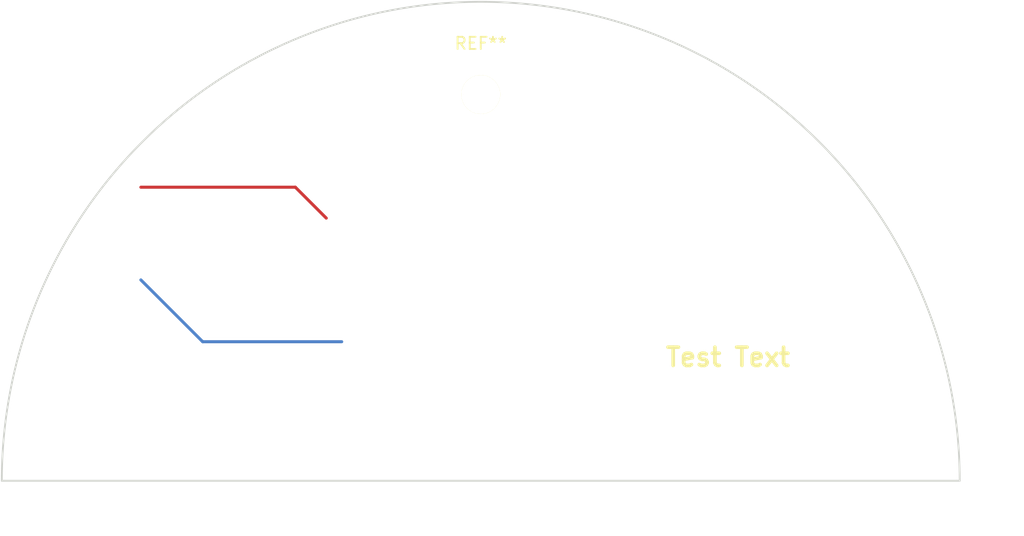
<source format=kicad_pcb>
(kicad_pcb (version 4) (host pcbnew 4.0.4+e1-6308~48~ubuntu16.04.1-stable)

  (general
    (links 0)
    (no_connects 0)
    (area 13.894999 12.624999 101.83 58.580001)
    (thickness 1.6)
    (drawings 5)
    (tracks 4)
    (zones 0)
    (modules 1)
    (nets 1)
  )

  (page A4)
  (layers
    (0 F.Cu signal)
    (31 B.Cu signal)
    (32 B.Adhes user)
    (33 F.Adhes user)
    (34 B.Paste user)
    (35 F.Paste user)
    (36 B.SilkS user)
    (37 F.SilkS user)
    (38 B.Mask user)
    (39 F.Mask user)
    (40 Dwgs.User user)
    (41 Cmts.User user)
    (42 Eco1.User user)
    (43 Eco2.User user)
    (44 Edge.Cuts user)
    (45 Margin user)
    (46 B.CrtYd user)
    (47 F.CrtYd user)
    (48 B.Fab user)
    (49 F.Fab user)
  )

  (setup
    (last_trace_width 0.25)
    (trace_clearance 0.2)
    (zone_clearance 0.508)
    (zone_45_only no)
    (trace_min 0.2)
    (segment_width 0.2)
    (edge_width 0.15)
    (via_size 0.6)
    (via_drill 0.4)
    (via_min_size 0.4)
    (via_min_drill 0.3)
    (uvia_size 0.3)
    (uvia_drill 0.1)
    (uvias_allowed no)
    (uvia_min_size 0.2)
    (uvia_min_drill 0.1)
    (pcb_text_width 0.3)
    (pcb_text_size 1.5 1.5)
    (mod_edge_width 0.15)
    (mod_text_size 1 1)
    (mod_text_width 0.15)
    (pad_size 1.524 1.524)
    (pad_drill 0.762)
    (pad_to_mask_clearance 0.2)
    (aux_axis_origin 0 0)
    (visible_elements FFFFFF7F)
    (pcbplotparams
      (layerselection 0x00030_80000001)
      (usegerberextensions false)
      (excludeedgelayer true)
      (linewidth 0.100000)
      (plotframeref false)
      (viasonmask false)
      (mode 1)
      (useauxorigin false)
      (hpglpennumber 1)
      (hpglpenspeed 20)
      (hpglpendiameter 15)
      (hpglpenoverlay 2)
      (psnegative false)
      (psa4output false)
      (plotreference true)
      (plotvalue true)
      (plotinvisibletext false)
      (padsonsilk false)
      (subtractmaskfromsilk false)
      (outputformat 1)
      (mirror false)
      (drillshape 1)
      (scaleselection 1)
      (outputdirectory ""))
  )

  (net 0 "")

  (net_class Default "This is the default net class."
    (clearance 0.2)
    (trace_width 0.25)
    (via_dia 0.6)
    (via_drill 0.4)
    (uvia_dia 0.3)
    (uvia_drill 0.1)
  )

  (net_class cool ""
    (clearance 0.19)
    (trace_width 0.25)
    (via_dia 0.6)
    (via_drill 0.4)
    (uvia_dia 0.3)
    (uvia_drill 0.1)
  )

  (module Mounting_Holes:MountingHole_3.2mm_M3 (layer F.Cu) (tedit 56D1B4CB) (tstamp 57DB36C2)
    (at 53.34 20.32)
    (descr "Mounting Hole 3.2mm, no annular, M3")
    (tags "mounting hole 3.2mm no annular m3")
    (fp_text reference REF** (at 0 -4.2) (layer F.SilkS)
      (effects (font (size 1 1) (thickness 0.15)))
    )
    (fp_text value MountingHole_3.2mm_M3 (at 0 4.2) (layer F.Fab)
      (effects (font (size 1 1) (thickness 0.15)))
    )
    (fp_circle (center 0 0) (end 3.2 0) (layer Cmts.User) (width 0.15))
    (fp_circle (center 0 0) (end 3.45 0) (layer F.CrtYd) (width 0.05))
    (pad 1 np_thru_hole circle (at 0 0) (size 3.2 3.2) (drill 3.2) (layers *.Cu *.Mask F.SilkS))
  )

  (dimension 39.37 (width 0.3) (layer F.Fab)
    (gr_text "39.370 mm" (at 95.33 32.385 270) (layer F.Fab)
      (effects (font (size 1.5 1.5) (thickness 0.3)))
    )
    (feature1 (pts (xy 53.34 52.07) (xy 96.68 52.07)))
    (feature2 (pts (xy 53.34 12.7) (xy 96.68 12.7)))
    (crossbar (pts (xy 93.98 12.7) (xy 93.98 52.07)))
    (arrow1a (pts (xy 93.98 52.07) (xy 93.393579 50.943496)))
    (arrow1b (pts (xy 93.98 52.07) (xy 94.566421 50.943496)))
    (arrow2a (pts (xy 93.98 12.7) (xy 93.393579 13.826504)))
    (arrow2b (pts (xy 93.98 12.7) (xy 94.566421 13.826504)))
  )
  (dimension 78.74 (width 0.3) (layer F.Fab)
    (gr_text "78.740 mm" (at 53.34 57.23) (layer F.Fab)
      (effects (font (size 1.5 1.5) (thickness 0.3)))
    )
    (feature1 (pts (xy 13.97 52.07) (xy 13.97 58.58)))
    (feature2 (pts (xy 92.71 52.07) (xy 92.71 58.58)))
    (crossbar (pts (xy 92.71 55.88) (xy 13.97 55.88)))
    (arrow1a (pts (xy 13.97 55.88) (xy 15.096504 55.293579)))
    (arrow1b (pts (xy 13.97 55.88) (xy 15.096504 56.466421)))
    (arrow2a (pts (xy 92.71 55.88) (xy 91.583496 55.293579)))
    (arrow2b (pts (xy 92.71 55.88) (xy 91.583496 56.466421)))
  )
  (gr_line (start 92.71 52.07) (end 13.97 52.07) (angle 90) (layer Edge.Cuts) (width 0.15))
  (gr_arc (start 53.34 52.07) (end 13.97 52.07) (angle 180) (layer Edge.Cuts) (width 0.15))
  (gr_text "Test Text" (at 73.66 41.91) (layer F.SilkS)
    (effects (font (size 1.5 1.5) (thickness 0.3)))
  )

  (segment (start 41.91 40.64) (end 30.48 40.64) (width 0.25) (layer B.Cu) (net 0))
  (segment (start 30.48 40.64) (end 25.4 35.56) (width 0.25) (layer B.Cu) (net 0) (tstamp 57DA9AB0))
  (segment (start 25.4 27.94) (end 38.1 27.94) (width 0.25) (layer F.Cu) (net 0))
  (segment (start 38.1 27.94) (end 40.64 30.48) (width 0.25) (layer F.Cu) (net 0) (tstamp 57DA9AAC))

)

</source>
